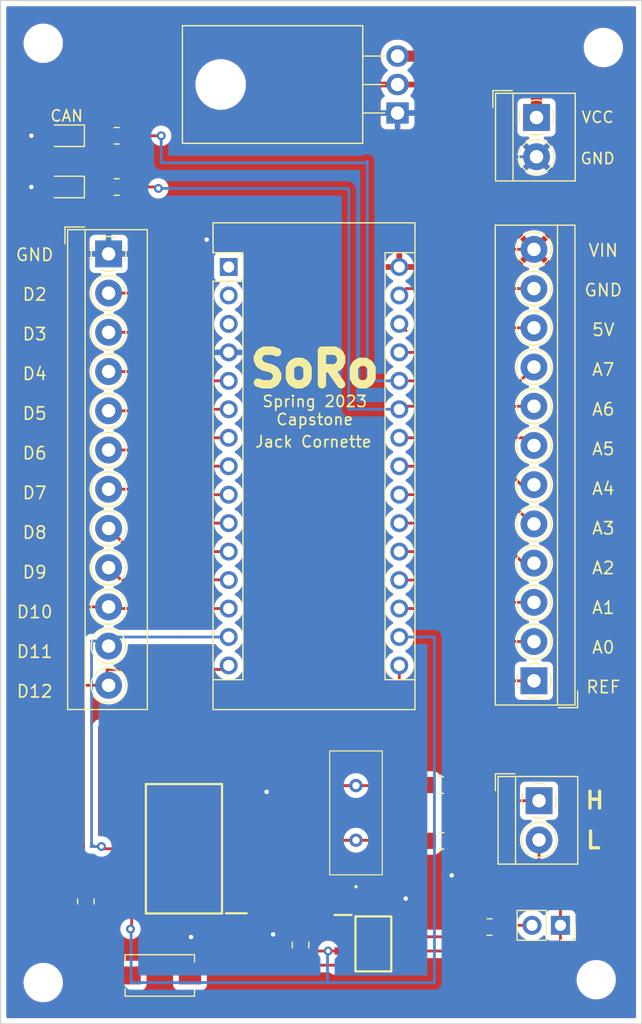
<source format=kicad_pcb>
(kicad_pcb (version 20211014) (generator pcbnew)
  (layers (0 "F.Cu" signal) (31 "B.Cu" signal) (34 "B.Paste" user) (35 "F.Paste" user) (36 "B.SilkS" user "B.Silkscreen") (37 "F.SilkS" user "F.Silkscreen") (38 "B.Mask" user) (39 "F.Mask" user) (44 "Edge.Cuts" user))
  (net 0 "")
  (net 4 "GND")
  (net 5 "Net-(A1-Pad6)")
  (net 6 "Net-(A1-Pad7)")
  (net 7 "Net-(A1-Pad8)")
  (net 8 "Net-(A1-Pad9)")
  (net 9 "Net-(A1-Pad10)")
  (net 10 "Net-(A1-Pad11)")
  (net 11 "Net-(A1-Pad12)")
  (net 12 "Net-(A1-Pad13)")
  (net 13 "Net-(A1-Pad14)")
  (net 14 "Net-(A1-Pad15)")
  (net 15 "Net-(A1-Pad17)")
  (net 16 "unconnected-(A1-Pad18)")
  (net 17 "Net-(A1-Pad19)")
  (net 18 "Net-(A1-Pad20)")
  (net 19 "Net-(A1-Pad21)")
  (net 20 "Net-(A1-Pad22)")
  (net 21 "Net-(A1-Pad23)")
  (net 22 "Net-(A1-Pad24)")
  (net 23 "Net-(A1-Pad25)")
  (net 24 "Net-(A1-Pad26)")
  (net 25 "Net-(A1-Pad27)")
  (net 26 "Net-(A1-Pad28)")
  (net 27 "Net-(A1-Pad29)")
  (net 28 "Net-(A1-Pad30)")
  (net 29 "+BATT")
  (net 30 "unconnected-(A1-Pad5)")
  (net 31 "Net-(A1-Pad16)")
  (net 32 "Net-(C2-Pad1)")
  (net 33 "Net-(C3-Pad1)")
  (net 34 "Net-(J3-Pad1)")
  (net 35 "Net-(J3-Pad2)")
  (net 36 "Net-(R2-Pad1)")
  (net 37 "Net-(U3-Pad1)")
  (net 38 "Net-(U3-Pad2)")
  (footprint "LED_SMD:LED_0805_2012Metric" (layer "F.Cu") (at 123.9125 56.515 180)
    (fp_text reference "CAN" (at -0.1035 1.778) (layer "F.SilkS"))
    (fp_text value "LED_0805_2012Metric" hide)
    (fp_line (start -1.685 0.96) (end 1 0.96) (layer "F.SilkS") (width 0.12))
    (fp_line (start 1 -0.96) (end -1.685 -0.96) (layer "F.SilkS") (width 0.12))
    (fp_line (start -1.685 -0.96) (end -1.685 0.96) (layer "F.SilkS") (width 0.12))
    (pad "1" smd roundrect (at -0.9375 0 180) (size 0.975 1.4) (layers "F.Cu" "F.Paste" "F.Mask"))
    (pad "2" smd roundrect (at 0.9375 0 180) (size 0.975 1.4) (layers "F.Cu" "F.Paste" "F.Mask") (net 4 "GND"))
  )
  (footprint "Package_TO_SOT_THT:TO-220F-3_Horizontal_TabDown" (layer "F.Cu") (at 153.576 54.483 90)
    (fp_text reference "U1" hide)
    (fp_text value "LM1084-5.0")
    (fp_line (start 2.54 -3.11) (end 2.54 -1.15) (layer "F.SilkS") (width 0.12))
    (fp_line (start -2.71 -19.22) (end -2.71 -3.11) (layer "F.SilkS") (width 0.12))
    (fp_line (start 5.08 -3.11) (end 5.08 -1.15) (layer "F.SilkS") (width 0.12))
    (fp_line (start 7.79 -19.22) (end 7.79 -3.11) (layer "F.SilkS") (width 0.12))
    (fp_line (start -2.71 -19.22) (end 7.79 -19.22) (layer "F.SilkS") (width 0.12))
    (fp_line (start 0 -3.11) (end 0 -1.15) (layer "F.SilkS") (width 0.12))
    (fp_line (start -2.71 -3.11) (end 7.79 -3.11) (layer "F.SilkS") (width 0.12))
    (pad "" np_thru_hole oval (at 2.54 -15.8 90) (size 3.5 3.5) (drill 3.5) (layers *.Cu *.Mask))
    (pad "1" thru_hole rect (at 0 0 90) (size 1.905 2) (drill 1.2) (layers *.Cu *.Mask) (net 4 "GND"))
    (pad "2" thru_hole oval (at 2.54 0 90) (size 1.905 2) (drill 1.2) (layers *.Cu *.Mask) (net 28 "Net-(A1-Pad30)"))
    (pad "3" thru_hole oval (at 5.08 0 90) (size 1.905 2) (drill 1.2) (layers *.Cu *.Mask) (net 29 "+BATT"))
  )
  (footprint "TerminalBlock_4Ucon:TerminalBlock_4Ucon_1x12_P3.50mm_Horizontal" (layer "F.Cu") (at 127.762 67.056 -90)
    (fp_text reference "J1" hide)
    (fp_text value "Screw_Terminal_01x12" hide)
    (fp_line (start -2.16 2.1) (end 40.66 2.1) (layer "F.SilkS") (width 0.12))
    (fp_line (start -2.16 -3.46) (end 40.66 -3.46) (layer "F.SilkS") (width 0.12))
    (fp_line (start -2.4 2.16) (end -2.4 3.9) (layer "F.SilkS") (width 0.12))
    (fp_line (start -2.4 3.9) (end -0.9 3.9) (layer "F.SilkS") (width 0.12))
    (fp_line (start 40.66 -3.46) (end 40.66 3.66) (layer "F.SilkS") (width 0.12))
    (fp_line (start -2.16 -3.46) (end -2.16 3.66) (layer "F.SilkS") (width 0.12))
    (fp_line (start -2.16 3.66) (end 40.66 3.66) (layer "F.SilkS") (width 0.12))
    (fp_arc (start 0.027011 1.555493) (mid -0.296984 1.527118) (end -0.608 1.432) (layer "F.SilkS") (width 0.12))
    (fp_arc (start -0.607742 -1.432109) (mid 0.00014 -1.555727) (end 0.608 -1.432) (layer "F.SilkS") (width 0.12))
    (fp_arc (start 1.432109 -0.607742) (mid 1.555727 0.00014) (end 1.432 0.608) (layer "F.SilkS") (width 0.12))
    (fp_arc (start -1.432109 0.607742) (mid -1.555727 -0.00014) (end -1.432 -0.608) (layer "F.SilkS") (width 0.12))
    (fp_arc (start 0.607587 1.431385) (mid 0.310017 1.523783) (end 0 1.555) (layer "F.SilkS") (width 0.12))
    (fp_circle (center 7 0) (end 8.555 0) (layer "F.SilkS") (width 0.12) (fill none))
    (fp_circle (center 28 0) (end 29.555 0) (layer "F.SilkS") (width 0.12) (fill none))
    (fp_circle (center 38.5 0) (end 40.055 0) (layer "F.SilkS") (width 0.12) (fill none))
    (fp_circle (center 10.5 0) (end 12.055 0) (layer "F.SilkS") (width 0.12) (fill none))
    (fp_circle (center 35 0) (end 36.555 0) (layer "F.SilkS") (width 0.12) (fill none))
    (fp_circle (center 31.5 0) (end 33.055 0) (layer "F.SilkS") (width 0.12) (fill none))
    (fp_circle (center 17.5 0) (end 19.055 0) (layer "F.SilkS") (width 0.12) (fill none))
    (fp_circle (center 14 0) (end 15.555 0) (layer "F.SilkS") (width 0.12) (fill none))
    (fp_circle (center 21 0) (end 22.555 0) (layer "F.SilkS") (width 0.12) (fill none))
    (fp_circle (center 3.5 0) (end 5.055 0) (layer "F.SilkS") (width 0.12) (fill none))
    (fp_circle (center 24.5 0) (end 26.055 0) (layer "F.SilkS") (width 0.12) (fill none))
    (pad "1" thru_hole rect (at 0 0 270) (size 2.4 2.4) (drill 1.2) (layers *.Cu *.Mask) (net 4 "GND"))
    (pad "2" thru_hole circle (at 3.5 0 270) (size 2.4 2.4) (drill 1.2) (layers *.Cu *.Mask) (net 30 "unconnected-(A1-Pad5)"))
    (pad "3" thru_hole circle (at 7 0 270) (size 2.4 2.4) (drill 1.2) (layers *.Cu *.Mask) (net 5 "Net-(A1-Pad6)"))
    (pad "4" thru_hole circle (at 10.5 0 270) (size 2.4 2.4) (drill 1.2) (layers *.Cu *.Mask) (net 6 "Net-(A1-Pad7)"))
    (pad "5" thru_hole circle (at 14 0 270) (size 2.4 2.4) (drill 1.2) (layers *.Cu *.Mask) (net 7 "Net-(A1-Pad8)"))
    (pad "6" thru_hole circle (at 17.5 0 270) (size 2.4 2.4) (drill 1.2) (layers *.Cu *.Mask) (net 8 "Net-(A1-Pad9)"))
    (pad "7" thru_hole circle (at 21 0 270) (size 2.4 2.4) (drill 1.2) (layers *.Cu *.Mask) (net 9 "Net-(A1-Pad10)"))
    (pad "8" thru_hole circle (at 24.5 0 270) (size 2.4 2.4) (drill 1.2) (layers *.Cu *.Mask) (net 10 "Net-(A1-Pad11)"))
    (pad "9" thru_hole circle (at 28 0 270) (size 2.4 2.4) (drill 1.2) (layers *.Cu *.Mask) (net 11 "Net-(A1-Pad12)"))
    (pad "10" thru_hole circle (at 31.5 0 270) (size 2.4 2.4) (drill 1.2) (layers *.Cu *.Mask) (net 12 "Net-(A1-Pad13)"))
    (pad "11" thru_hole circle (at 35 0 270) (size 2.4 2.4) (drill 1.2) (layers *.Cu *.Mask) (net 13 "Net-(A1-Pad14)"))
    (pad "12" thru_hole circle (at 38.5 0 270) (size 2.4 2.4) (drill 1.2) (layers *.Cu *.Mask) (net 14 "Net-(A1-Pad15)"))
  )
  (footprint "Resistor_SMD:R_0805_2012Metric" (layer "F.Cu") (at 128.4845 61.087)
    (fp_text reference "R3" hide)
    (fp_text value "R_US" hide)
    (fp_line (start -0.227064 0.735) (end 0.227064 0.735) (layer "F.SilkS") (width 0.12))
    (fp_line (start -0.227064 -0.735) (end 0.227064 -0.735) (layer "F.SilkS") (width 0.12))
    (pad "1" smd roundrect (at -0.9125 0) (size 1.025 1.4) (layers "F.Cu" "F.Paste" "F.Mask") (roundrect_rratio 0.243902439))
    (pad "2" smd roundrect (at 0.9125 0) (size 1.025 1.4) (layers "F.Cu" "F.Paste" "F.Mask") (roundrect_rratio 0.243902439) (net 23 "Net-(A1-Pad25)"))
  )
  (footprint "Capacitor_SMD:C_0805_2012Metric" (layer "F.Cu") (at 157.409448 114.456458)
    (fp_text reference "C3" hide)
    (fp_text value "22pF")
    (fp_line (start -0.261252 -0.735) (end 0.261252 -0.735) (layer "F.SilkS") (width 0.12))
    (fp_line (start -0.261252 0.735) (end 0.261252 0.735) (layer "F.SilkS") (width 0.12))
    (pad "1" smd roundrect (at -0.95 0) (size 1 1.45) (layers "F.Cu" "F.Paste" "F.Mask") (net 33 "Net-(C3-Pad1)"))
    (pad "2" smd roundrect (at 0.95 0) (size 1 1.45) (layers "F.Cu" "F.Paste" "F.Mask") (net 4 "GND"))
  )
  (footprint "Button_Switch_SMD:SW_SPST_EVQPE1" (layer "F.Cu") (at 132.334 131.445)
    (fp_text reference "REF**" hide)
    (fp_text value "SW_SPST_EVQPE1" hide)
    (fp_line (start -3.1 -1.85) (end -3.1 -1.2) (layer "F.SilkS") (width 0.12))
    (fp_line (start -3.1 1.85) (end 3.1 1.85) (layer "F.SilkS") (width 0.12))
    (fp_line (start 3.1 -1.85) (end 3.1 -1.2) (layer "F.SilkS") (width 0.12))
    (fp_line (start 3.1 1.85) (end 3.1 1.2) (layer "F.SilkS") (width 0.12))
    (fp_line (start -3.1 1.2) (end -3.1 1.85) (layer "F.SilkS") (width 0.12))
    (fp_line (start 3.1 -1.85) (end -3.1 -1.85) (layer "F.SilkS") (width 0.12))
    (pad "1" smd rect (at -2.7 0) (size 2 1.6) (layers "F.Cu" "F.Paste" "F.Mask") (net 36 "Net-(R2-Pad1)"))
    (pad "2" smd rect (at 2.7 0) (size 2 1.6) (layers "F.Cu" "F.Paste" "F.Mask") (net 4 "GND"))
  )
  (footprint "Module:Arduino_Nano" (layer "F.Cu") (at 138.4908 68.2244)
    (fp_text reference "A1" hide)
    (fp_text value "Arduino_Nano_v3.x" hide)
    (fp_line (start -1.4 1.27) (end -1.4 39.5) (layer "F.SilkS") (width 0.12))
    (fp_line (start 16.64 -3.94) (end -1.4 -3.94) (layer "F.SilkS") (width 0.12))
    (fp_line (start 1.27 1.27) (end 1.27 36.83) (layer "F.SilkS") (width 0.12))
    (fp_line (start 16.64 39.5) (end 16.64 -3.94) (layer "F.SilkS") (width 0.12))
    (fp_line (start 1.27 -1.27) (end -1.4 -1.27) (layer "F.SilkS") (width 0.12))
    (fp_line (start 1.27 36.83) (end -1.4 36.83) (layer "F.SilkS") (width 0.12))
    (fp_line (start -1.4 -3.94) (end -1.4 -1.27) (layer "F.SilkS") (width 0.12))
    (fp_line (start 1.27 1.27) (end 1.27 -1.27) (layer "F.SilkS") (width 0.12))
    (fp_line (start 13.97 36.83) (end 16.64 36.83) (layer "F.SilkS") (width 0.12))
    (fp_line (start -1.4 39.5) (end 16.64 39.5) (layer "F.SilkS") (width 0.12))
    (fp_line (start 1.27 1.27) (end -1.4 1.27) (layer "F.SilkS") (width 0.12))
    (fp_line (start 13.97 -1.27) (end 13.97 36.83) (layer "F.SilkS") (width 0.12))
    (fp_line (start 13.97 -1.27) (end 16.64 -1.27) (layer "F.SilkS") (width 0.12))
    (pad "1" thru_hole rect (at 0 0) (size 1.6 1.6) (drill 1) (layers *.Cu *.Mask))
    (pad "2" thru_hole oval (at 0 2.54) (size 1.6 1.6) (drill 1) (layers *.Cu *.Mask))
    (pad "3" thru_hole oval (at 0 5.08) (size 1.6 1.6) (drill 1) (layers *.Cu *.Mask))
    (pad "4" thru_hole oval (at 0 7.62) (size 1.6 1.6) (drill 1) (layers *.Cu *.Mask) (net 4 "GND"))
    (pad "5" thru_hole oval (at 0 10.16) (size 1.6 1.6) (drill 1) (layers *.Cu *.Mask) (net 30 "unconnected-(A1-Pad5)"))
    (pad "6" thru_hole oval (at 0 12.7) (size 1.6 1.6) (drill 1) (layers *.Cu *.Mask) (net 5 "Net-(A1-Pad6)"))
    (pad "7" thru_hole oval (at 0 15.24) (size 1.6 1.6) (drill 1) (layers *.Cu *.Mask) (net 6 "Net-(A1-Pad7)"))
    (pad "8" thru_hole oval (at 0 17.78) (size 1.6 1.6) (drill 1) (layers *.Cu *.Mask) (net 7 "Net-(A1-Pad8)"))
    (pad "9" thru_hole oval (at 0 20.32) (size 1.6 1.6) (drill 1) (layers *.Cu *.Mask) (net 8 "Net-(A1-Pad9)"))
    (pad "10" thru_hole oval (at 0 22.86) (size 1.6 1.6) (drill 1) (layers *.Cu *.Mask) (net 9 "Net-(A1-Pad10)"))
    (pad "11" thru_hole oval (at 0 25.4) (size 1.6 1.6) (drill 1) (layers *.Cu *.Mask) (net 10 "Net-(A1-Pad11)"))
    (pad "12" thru_hole oval (at 0 27.94) (size 1.6 1.6) (drill 1) (layers *.Cu *.Mask) (net 11 "Net-(A1-Pad12)"))
    (pad "13" thru_hole oval (at 0 30.48) (size 1.6 1.6) (drill 1) (layers *.Cu *.Mask) (net 12 "Net-(A1-Pad13)"))
    (pad "14" thru_hole oval (at 0 33.02) (size 1.6 1.6) (drill 1) (layers *.Cu *.Mask) (net 13 "Net-(A1-Pad14)"))
    (pad "15" thru_hole oval (at 0 35.56) (size 1.6 1.6) (drill 1) (layers *.Cu *.Mask) (net 14 "Net-(A1-Pad15)"))
    (pad "16" thru_hole oval (at 15.24 35.56) (size 1.6 1.6) (drill 1) (layers *.Cu *.Mask) (net 31 "Net-(A1-Pad16)"))
    (pad "17" thru_hole oval (at 15.24 33.02) (size 1.6 1.6) (drill 1) (layers *.Cu *.Mask) (net 15 "Net-(A1-Pad17)"))
    (pad "18" thru_hole oval (at 15.24 30.48) (size 1.6 1.6) (drill 1) (layers *.Cu *.Mask) (net 16 "unconnected-(A1-Pad18)"))
    (pad "19" thru_hole oval (at 15.24 27.94) (size 1.6 1.6) (drill 1) (layers *.Cu *.Mask) (net 17 "Net-(A1-Pad19)"))
    (pad "20" thru_hole oval (at 15.24 25.4) (size 1.6 1.6) (drill 1) (layers *.Cu *.Mask) (net 18 "Net-(A1-Pad20)"))
    (pad "21" thru_hole oval (at 15.24 22.86) (size 1.6 1.6) (drill 1) (layers *.Cu *.Mask) (net 19 "Net-(A1-Pad21)"))
    (pad "22" thru_hole oval (at 15.24 20.32) (size 1.6 1.6) (drill 1) (layers *.Cu *.Mask) (net 20 "Net-(A1-Pad22)"))
    (pad "23" thru_hole oval (at 15.24 17.78) (size 1.6 1.6) (drill 1) (layers *.Cu *.Mask) (net 21 "Net-(A1-Pad23)"))
    (pad "24" thru_hole oval (at 15.24 15.24) (size 1.6 1.6) (drill 1) (layers *.Cu *.Mask) (net 22 "Net-(A1-Pad24)"))
    (pad "25" thru_hole oval (at 15.24 12.7) (size 1.6 1.6) (drill 1) (layers *.Cu *.Mask) (net 23 "Net-(A1-Pad25)"))
    (pad "26" thru_hole oval (at 15.24 10.16) (size 1.6 1.6) (drill 1) (layers *.Cu *.Mask) (net 24 "Net-(A1-Pad26)"))
    (pad "27" thru_hole oval (at 15.24 7.62) (size 1.6 1.6) (drill 1) (layers *.Cu *.Mask) (net 25 "Net-(A1-Pad27)"))
    (pad "28" thru_hole oval (at 15.24 5.08) (size 1.6 1.6) (drill 1) (layers *.Cu *.Mask) (net 26 "Net-(A1-Pad28)"))
    (pad "29" thru_hole oval (at 15.24 2.54) (size 1.6 1.6) (drill 1) (layers *.Cu *.Mask) (net 27 "Net-(A1-Pad29)"))
    (pad "30" thru_hole oval (at 15.24 0) (size 1.6 1.6) (drill 1) (layers *.Cu *.Mask) (net 28 "Net-(A1-Pad30)"))
  )
  (footprint "Capacitor_SMD:C_0805_2012Metric" (layer "F.Cu") (at 157.460248 119.434858)
    (fp_text reference "C2" hide)
    (fp_text value "22pF")
    (fp_line (start -0.261252 -0.735) (end 0.261252 -0.735) (layer "F.SilkS") (width 0.12))
    (fp_line (start -0.261252 0.735) (end 0.261252 0.735) (layer "F.SilkS") (width 0.12))
    (pad "1" smd roundrect (at -0.95 0) (size 1 1.45) (layers "F.Cu" "F.Paste" "F.Mask") (net 32 "Net-(C2-Pad1)"))
    (pad "2" smd roundrect (at 0.95 0) (size 1 1.45) (layers "F.Cu" "F.Paste" "F.Mask") (net 4 "GND"))
  )
  (footprint "MountingHole:MountingHole_2.5mm" (layer "F.Cu") (at 171.958 48.641)
    (fp_text reference "REF**" hide)
    (fp_text value "MountingHole_2.5mm" hide)
    (pad "" np_thru_hole circle (at 0 0) (size 2.5 2.5) (drill 2.5) (layers F&B.Cu *.Mask))
  )
  (footprint "TerminalBlock_4Ucon:TerminalBlock_4Ucon_1x12_P3.50mm_Horizontal" (layer "F.Cu") (at 165.762 105.1528 90)
    (fp_text reference "J2" hide)
    (fp_text value "Screw_Terminal_01x12" hide)
    (fp_line (start -2.16 -3.46) (end 40.66 -3.46) (layer "F.SilkS") (width 0.12))
    (fp_line (start 40.66 -3.46) (end 40.66 3.66) (layer "F.SilkS") (width 0.12))
    (fp_line (start -2.4 3.9) (end -0.9 3.9) (layer "F.SilkS") (width 0.12))
    (fp_line (start -2.4 2.16) (end -2.4 3.9) (layer "F.SilkS") (width 0.12))
    (fp_line (start -2.16 3.66) (end 40.66 3.66) (layer "F.SilkS") (width 0.12))
    (fp_line (start -2.16 -3.46) (end -2.16 3.66) (layer "F.SilkS") (width 0.12))
    (fp_line (start -2.16 2.1) (end 40.66 2.1) (layer "F.SilkS") (width 0.12))
    (fp_arc (start -0.607742 -1.432109) (mid 0.00014 -1.555727) (end 0.608 -1.432) (layer "F.SilkS") (width 0.12))
    (fp_arc (start 0.027011 1.555493) (mid -0.296984 1.527118) (end -0.608 1.432) (layer "F.SilkS") (width 0.12))
    (fp_arc (start -1.432109 0.607742) (mid -1.555727 -0.00014) (end -1.432 -0.608) (layer "F.SilkS") (width 0.12))
    (fp_arc (start 0.607587 1.431385) (mid 0.310017 1.523783) (end 0 1.555) (layer "F.SilkS") (width 0.12))
    (fp_arc (start 1.432109 -0.607742) (mid 1.555727 0.00014) (end 1.432 0.608) (layer "F.SilkS") (width 0.12))
    (fp_circle (center 38.5 0) (end 40.055 0) (layer "F.SilkS") (width 0.12) (fill none))
    (fp_circle (center 35 0) (end 36.555 0) (layer "F.SilkS") (width 0.12) (fill none))
    (fp_circle (center 21 0) (end 22.555 0) (layer "F.SilkS") (width 0.12) (fill none))
    (fp_circle (center 31.5 0) (end 33.055 0) (layer "F.SilkS") (width 0.12) (fill none))
    (fp_circle (center 10.5 0) (end 12.055 0) (layer "F.SilkS") (width 0.12) (fill none))
    (fp_circle (center 17.5 0) (end 19.055 0) (layer "F.SilkS") (width 0.12) (fill none))
    (fp_circle (center 14 0) (end 15.555 0) (layer "F.SilkS") (width 0.12) (fill none))
    (fp_circle (center 24.5 0) (end 26.055 0) (layer "F.SilkS") (width 0.12) (fill none))
    (fp_circle (center 28 0) (end 29.555 0) (layer "F.SilkS") (width 0.12) (fill none))
    (fp_circle (center 3.5 0) (end 5.055 0) (layer "F.SilkS") (width 0.12) (fill none))
    (fp_circle (center 7 0) (end 8.555 0) (layer "F.SilkS") (width 0.12) (fill none))
    (pad "1" thru_hole rect (at 0 0 90) (size 2.4 2.4) (drill 1.2) (layers *.Cu *.Mask) (net 16 "unconnected-(A1-Pad18)"))
    (pad "2" thru_hole circle (at 3.5 0 90) (size 2.4 2.4) (drill 1.2) (layers *.Cu *.Mask) (net 17 "Net-(A1-Pad19)"))
    (pad "3" thru_hole circle (at 7 0 90) (size 2.4 2.4) (drill 1.2) (layers *.Cu *.Mask) (net 18 "Net-(A1-Pad20)"))
    (pad "4" thru_hole circle (at 10.5 0 90) (size 2.4 2.4) (drill 1.2) (layers *.Cu *.Mask) (net 19 "Net-(A1-Pad21)"))
    (pad "5" thru_hole circle (at 14 0 90) (size 2.4 2.4) (drill 1.2) (layers *.Cu *.Mask) (net 20 "Net-(A1-Pad22)"))
    (pad "6" thru_hole circle (at 17.5 0 90) (size 2.4 2.4) (drill 1.2) (layers *.Cu *.Mask) (net 21 "Net-(A1-Pad23)"))
    (pad "7" thru_hole circle (at 21 0 90) (size 2.4 2.4) (drill 1.2) (layers *.Cu *.Mask) (net 22 "Net-(A1-Pad24)"))
    (pad "8" thru_hole circle (at 24.5 0 90) (size 2.4 2.4) (drill 1.2) (layers *.Cu *.Mask) (net 23 "Net-(A1-Pad25)"))
    (pad "9" thru_hole circle (at 28 0 90) (size 2.4 2.4) (drill 1.2) (layers *.Cu *.Mask) (net 24 "Net-(A1-Pad26)"))
    (pad "10" thru_hole circle (at 31.5 0 90) (size 2.4 2.4) (drill 1.2) (layers *.Cu *.Mask) (net 25 "Net-(A1-Pad27)"))
    (pad "11" thru_hole circle (at 35 0 90) (size 2.4 2.4) (drill 1.2) (layers *.Cu *.Mask) (net 27 "Net-(A1-Pad29)"))
    (pad "12" thru_hole circle (at 38.5 0 90) (size 2.4 2.4) (drill 1.2) (layers *.Cu *.Mask) (net 28 "Net-(A1-Pad30)"))
  )
  (footprint "Capacitor_SMD:C_0805_2012Metric" (layer "F.Cu") (at 144.912648 128.731258 -90)
    (fp_text reference "C1" hide)
    (fp_text value "0.1uF")
    (fp_line (start -0.261252 0.735) (end 0.261252 0.735) (layer "F.SilkS") (width 0.12))
    (fp_line (start -0.261252 -0.735) (end 0.261252 -0.735) (layer "F.SilkS") (width 0.12))
    (pad "1" smd roundrect (at -0.95 0 270) (size 1 1.45) (layers "F.Cu" "F.Paste" "F.Mask") (net 4 "GND"))
    (pad "2" smd roundrect (at 0.95 0 270) (size 1 1.45) (layers "F.Cu" "F.Paste" "F.Mask") (net 15 "Net-(A1-Pad17)"))
  )
  (footprint "MAX3051:SOIC127P600X175-8N" (layer "F.Cu") (at 151.415048 128.629658)
    (fp_text reference "U4" hide)
    (fp_text value "MAX3051" hide)
    (fp_line (start -1.6 2.45) (end -1.6 -2.45) (layer "F.SilkS") (width 0.2))
    (fp_line (start -3.475 -2.58) (end -1.95 -2.58) (layer "F.SilkS") (width 0.2))
    (fp_line (start -1.6 -2.45) (end 1.6 -2.45) (layer "F.SilkS") (width 0.2))
    (fp_line (start 1.6 -2.45) (end 1.6 2.45) (layer "F.SilkS") (width 0.2))
    (fp_line (start 1.6 2.45) (end -1.6 2.45) (layer "F.SilkS") (width 0.2))
    (pad "1" smd rect locked (at -2.712 -1.905 90) (size 0.65 1.525) (layers "F.Cu" "F.Paste" "F.Mask") (net 38 "Net-(U3-Pad2)"))
    (pad "2" smd rect locked (at -2.712 -0.635 90) (size 0.65 1.525) (layers "F.Cu" "F.Paste" "F.Mask") (net 4 "GND"))
    (pad "3" smd rect locked (at -2.712 0.635 90) (size 0.65 1.525) (layers "F.Cu" "F.Paste" "F.Mask") (net 15 "Net-(A1-Pad17)"))
    (pad "4" smd rect locked (at -2.712 1.905 90) (size 0.65 1.525) (layers "F.Cu" "F.Paste" "F.Mask") (net 37 "Net-(U3-Pad1)"))
    (pad "5" smd rect locked (at 2.712 1.905 90) (size 0.65 1.525) (layers "F.Cu" "F.Paste" "F.Mask"))
    (pad "6" smd rect locked (at 2.712 0.635 90) (size 0.65 1.525) (layers "F.Cu" "F.Paste" "F.Mask") (net 35 "Net-(J3-Pad2)"))
    (pad "7" smd rect locked (at 2.712 -0.635 90) (size 0.65 1.525) (layers "F.Cu" "F.Paste" "F.Mask") (net 34 "Net-(J3-Pad1)"))
    (pad "8" smd rect locked (at 2.712 -1.905 90) (size 0.65 1.525) (layers "F.Cu" "F.Paste" "F.Mask") (net 4 "GND"))
  )
  (footprint "LFXTAL:LFXTAL057135Bulk" (layer "F.Cu") (at 149.86 119.38 90)
    (fp_text reference "U2" hide)
    (fp_text value "Crystal_Oscillator_8MHz" hide)
    (fp_line (start -4.2 0) (end -4.2 0) (layer "F.SilkS") (width 0.2))
    (fp_line (start -4.1 0) (end -4.1 0) (layer "F.SilkS") (width 0.2))
    (fp_line (start -3.085 2.35) (end -3.085 -2.35) (layer "F.SilkS") (width 0.1))
    (fp_line (start -3.085 -2.35) (end 7.965 -2.35) (layer "F.SilkS") (width 0.1))
    (fp_line (start -4.2 0) (end -4.2 0) (layer "F.SilkS") (width 0.2))
    (fp_line (start 7.965 -2.35) (end 7.965 2.35) (layer "F.SilkS") (width 0.1))
    (fp_line (start 7.965 2.35) (end -3.085 2.35) (layer "F.SilkS") (width 0.1))
    (fp_arc (start -4.1 0) (mid -4.15 0.05) (end -4.2 0) (layer "F.SilkS") (width 0.2))
    (fp_arc (start -4.2 0) (mid -4.15 -0.05) (end -4.1 0) (layer "F.SilkS") (width 0.2))
    (fp_arc (start -4.1 0) (mid -4.15 0.05) (end -4.2 0) (layer "F.SilkS") (width 0.2))
    (pad "1" thru_hole circle locked (at 0 0 90) (size 1.192 1.192) (drill 0.65) (layers *.Cu *.Mask) (net 32 "Net-(C2-Pad1)"))
    (pad "2" thru_hole circle locked (at 4.88 0 90) (size 1.192 1.192) (drill 0.65) (layers *.Cu *.Mask) (net 33 "Net-(C3-Pad1)"))
  )
  (footprint "Connector_PinSocket_2.54mm:PinSocket_1x02_P2.54mm_Vertical" (layer "F.Cu") (at 168.128 126.973 -90)
    (fp_text reference "REF**" hide)
    (fp_text value "PinSocket_1x02_P2.54mm_Vertical" hide)
    (fp_line (start -1.33 1.27) (end -1.33 3.87) (layer "F.SilkS") (width 0.12))
    (fp_line (start -1.33 3.87) (end 1.33 3.87) (layer "F.SilkS") (width 0.12))
    (fp_line (start 0 -1.33) (end 1.33 -1.33) (layer "F.SilkS") (width 0.12))
    (fp_line (start -1.33 1.27) (end 1.33 1.27) (layer "F.SilkS") (width 0.12))
    (fp_line (start 1.33 1.27) (end 1.33 3.87) (layer "F.SilkS") (width 0.12))
    (fp_line (start 1.33 -1.33) (end 1.33 0) (layer "F.SilkS") (width 0.12))
    (pad "1" thru_hole rect (at 0 0 270) (size 1.7 1.7) (drill 1) (layers *.Cu *.Mask) (net 35 "Net-(J3-Pad2)"))
    (pad "2" thru_hole oval (at 0 2.54 270) (size 1.7 1.7) (drill 1) (layers *.Cu *.Mask))
  )
  (footprint "MountingHole:MountingHole_2.5mm" (layer "F.Cu") (at 171.323 131.826)
    (fp_text reference "REF**" hide)
    (fp_text value "MountingHole_2.5mm" hide)
    (pad "" np_thru_hole circle (at 0 0) (size 2.5 2.5) (drill 2.5) (layers F&B.Cu *.Mask))
  )
  (footprint "Resistor_SMD:R_0805_2012Metric" (layer "F.Cu") (at 161.798 127.127)
    (fp_text reference "R3" hide)
    (fp_text value "R_US")
    (fp_line (start -0.227064 -0.735) (end 0.227064 -0.735) (layer "F.SilkS") (width 0.12))
    (fp_line (start -0.227064 0.735) (end 0.227064 0.735) (layer "F.SilkS") (width 0.12))
    (pad "1" smd roundrect (at -0.9125 0) (size 1.025 1.4) (layers "F.Cu" "F.Paste" "F.Mask") (roundrect_rratio 0.243902439) (net 34 "Net-(J3-Pad1)"))
    (pad "2" smd roundrect (at 0.9125 0) (size 1.025 1.4) (layers "F.Cu" "F.Paste" "F.Mask") (roundrect_rratio 0.243902439))
  )
  (footprint "MountingHole:MountingHole_2.5mm" (layer "F.Cu") (at 121.92 48.26)
    (fp_text reference "REF**" hide)
    (fp_text value "MountingHole_2.5mm" hide)
    (pad "" np_thru_hole circle (at 0 0) (size 2.5 2.5) (drill 2.5) (layers *.Cu *.Mask))
  )
  (footprint "Resistor_SMD:R_0805_2012Metric" (layer "F.Cu") (at 128.4845 56.515)
    (fp_text reference "R3" hide)
    (fp_text value "R_US" hide)
    (fp_line (start -0.227064 0.735) (end 0.227064 0.735) (layer "F.SilkS") (width 0.12))
    (fp_line (start -0.227064 -0.735) (end 0.227064 -0.735) (layer "F.SilkS") (width 0.12))
    (pad "1" smd roundrect (at -0.9125 0) (size 1.025 1.4) (layers "F.Cu" "F.Paste" "F.Mask") (roundrect_rratio 0.243902439))
    (pad "2" smd roundrect (at 0.9125 0) (size 1.025 1.4) (layers "F.Cu" "F.Paste" "F.Mask") (roundrect_rratio 0.243902439) (net 24 "Net-(A1-Pad26)"))
  )
  (footprint "Resistor_SMD:R_0805_2012Metric" (layer "F.Cu") (at 125.73 124.841 -90)
    (fp_text reference "R2" hide)
    (fp_text value "10k" hide)
    (fp_line (start -0.227064 -0.735) (end 0.227064 -0.735) (layer "F.SilkS") (width 0.12))
    (fp_line (start -0.227064 0.735) (end 0.227064 0.735) (layer "F.SilkS") (width 0.12))
    (pad "1" smd roundrect (at -0.9125 0 270) (size 1.025 1.4) (layers "F.Cu" "F.Paste" "F.Mask") (roundrect_rratio 0.243902439) (net 36 "Net-(R2-Pad1)"))
    (pad "2" smd roundrect (at 0.9125 0 270) (size 1.025 1.4) (layers "F.Cu" "F.Paste" "F.Mask") (roundrect_rratio 0.243902439) (net 15 "Net-(A1-Pad17)"))
  )
  (footprint "MCP2515_SMD:SOIC127P1030X265-18N" (layer "F.Cu") (at 134.493 120.142 180)
    (fp_text reference "U3" hide)
    (fp_text value "MCP2515-xSO" hide)
    (fp_line (start 3.4 -5.775) (end 3.4 5.775) (layer "F.SilkS") (width 0.2))
    (fp_line (start -3.4 5.775) (end -3.4 -5.775) (layer "F.SilkS") (width 0.2))
    (fp_line (start -3.4 -5.775) (end 3.4 -5.775) (layer "F.SilkS") (width 0.2))
    (fp_line (start -5.6 -5.755) (end -3.75 -5.755) (layer "F.SilkS") (width 0.2))
    (fp_line (start 3.4 5.775) (end -3.4 5.775) (layer "F.SilkS") (width 0.2))
    (pad "1" smd rect locked (at -4.675 -5.08 270) (size 0.65 1.85) (layers "F.Cu" "F.Paste" "F.Mask") (net 37 "Net-(U3-Pad1)"))
    (pad "2" smd rect locked (at -4.675 -3.81 270) (size 0.65 1.85) (layers "F.Cu" "F.Paste" "F.Mask") (net 38 "Net-(U3-Pad2)"))
    (pad "3" smd rect locked (at -4.675 -2.54 270) (size 0.65 1.85) (layers "F.Cu" "F.Paste" "F.Mask"))
    (pad "4" smd rect locked (at -4.675 -1.27 270) (size 0.65 1.85) (layers "F.Cu" "F.Paste" "F.Mask"))
    (pad "5" smd rect locked (at -4.675 0 270) (size 0.65 1.85) (layers "F.Cu" "F.Paste" "F.Mask"))
    (pad "6" smd rect locked (at -4.675 1.27 270) (size 0.65 1.85) (layers "F.Cu" "F.Paste" "F.Mask"))
    (pad "7" smd rect locked (at -4.675 2.54 270) (size 0.65 1.85) (layers "F.Cu" "F.Paste" "F.Mask") (net 32 "Net-(C2-Pad1)"))
    (pad "8" smd rect locked (at -4.675 3.81 270) (size 0.65 1.85) (layers "F.Cu" "F.Paste" "F.Mask") (net 33 "Net-(C3-Pad1)"))
    (pad "9" smd rect locked (at -4.675 5.08 270) (size 0.65 1.85) (layers "F.Cu" "F.Paste" "F.Mask") (net 4 "GND"))
    (pad "10" smd rect locked (at 4.675 5.08 270) (size 0.65 1.85) (layers "F.Cu" "F.Paste" "F.Mask"))
    (pad "11" smd rect locked (at 4.675 3.81 270) (size 0.65 1.85) (layers "F.Cu" "F.Paste" "F.Mask"))
    (pad "12" smd rect locked (at 4.675 2.54 270) (size 0.65 1.85) (layers "F.Cu" "F.Paste" "F.Mask"))
    (pad "13" smd rect locked (at 4.675 1.27 270) (size 0.65 1.85) (layers "F.Cu" "F.Paste" "F.Mask") (net 31 "Net-(A1-Pad16)"))
    (pad "14" smd rect locked (at 4.675 0 270) (size 0.65 1.85) (layers "F.Cu" "F.Paste" "F.Mask") (net 13 "Net-(A1-Pad14)"))
    (pad "15" smd rect locked (at 4.675 -1.27 270) (size 0.65 1.85) (layers "F.Cu" "F.Paste" "F.Mask") (net 14 "Net-(A1-Pad15)"))
    (pad "16" smd rect locked (at 4.675 -2.54 270) (size 0.65 1.85) (layers "F.Cu" "F.Paste" "F.Mask") (net 12 "Net-(A1-Pad13)"))
    (pad "17" smd rect locked (at 4.675 -3.81 270) (size 0.65 1.85) (layers "F.Cu" "F.Paste" "F.Mask") (net 36 "Net-(R2-Pad1)"))
    (pad "18" smd rect locked (at 4.675 -5.08 270) (size 0.65 1.85) (layers "F.Cu" "F.Paste" "F.Mask") (net 15 "Net-(A1-Pad17)"))
  )
  (footprint "TerminalBlock_4Ucon:TerminalBlock_4Ucon_1x02_P3.50mm_Horizontal" (layer "F.Cu") (at 165.989 54.885 -90)
    (fp_text reference "J3" hide)
    (fp_text value "Screw_Terminal_01x02" hide)
    (fp_line (start -2.4 2.16) (end -2.4 3.9) (layer "F.SilkS") (width 0.12))
    (fp_line (start -2.4 3.9) (end -0.9 3.9) (layer "F.SilkS") (width 0.12))
    (fp_line (start -2.16 2.1) (end 5.66 2.1) (layer "F.SilkS") (width 0.12))
    (fp_line (start -2.16 3.66) (end 5.66 3.66) (layer "F.SilkS") (width 0.12))
    (fp_line (start -2.16 -3.46) (end 5.66 -3.46) (layer "F.SilkS") (width 0.12))
    (fp_line (start -2.16 -3.46) (end -2.16 3.66) (layer "F.SilkS") (width 0.12))
    (fp_line (start 5.66 -3.46) (end 5.66 3.66) (layer "F.SilkS") (width 0.12))
    (fp_arc (start -0.607742 -1.432109) (mid 0.00014 -1.555727) (end 0.608 -1.432) (layer "F.SilkS") (width 0.12))
    (fp_arc (start 0.607587 1.431385) (mid 0.310017 1.523783) (end 0 1.555) (layer "F.SilkS") (width 0.12))
    (fp_arc (start -1.432109 0.607742) (mid -1.555727 -0.00014) (end -1.432 -0.608) (layer "F.SilkS") (width 0.12))
    (fp_arc (start 1.432109 -0.607742) (mid 1.555727 0.00014) (end 1.432 0.608) (layer "F.SilkS") (width 0.12))
    (fp_arc (start 0.027011 1.555493) (mid -0.296984 1.527118) (end -0.608 1.432) (layer "F.SilkS") (width 0.12))
    (fp_circle (center 3.5 0) (end 5.055 0) (layer "F.SilkS") (width 0.12) (fill none))
    (pad "1" thru_hole rect (at 0 0 270) (size 2.4 2.4) (drill 1.2) (layers *.Cu *.Mask) (net 29 "+BATT"))
    (pad "2" thru_hole circle (at 3.5 0 270) (size 2.4 2.4) (drill 1.2) (layers *.Cu *.Mask) (net 4 "GND"))
  )
  (footprint "TerminalBlock_4Ucon:TerminalBlock_4Ucon_1x02_P3.50mm_Horizontal" (layer "F.Cu") (at 166.216 115.852 -90)
    (fp_text reference "J3" hide)
    (fp_text value "Screw_Terminal_01x02" hide)
    (fp_line (start -2.16 -3.46) (end 5.66 -3.46) (layer "F.SilkS") (width 0.12))
    (fp_line (start -2.4 2.16) (end -2.4 3.9) (layer "F.SilkS") (width 0.12))
    (fp_line (start -2.16 2.1) (end 5.66 2.1) (layer "F.SilkS") (width 0.12))
    (fp_line (start 5.66 -3.46) (end 5.66 3.66) (layer "F.SilkS") (width 0.12))
    (fp_line (start -2.16 -3.46) (end -2.16 3.66) (layer "F.SilkS") (width 0.12))
    (fp_line (start -2.16 3.66) (end 5.66 3.66) (layer "F.SilkS") (width 0.12))
    (fp_line (start -2.4 3.9) (end -0.9 3.9) (layer "F.SilkS") (width 0.12))
    (fp_arc (start -0.607742 -1.432109) (mid 0.00014 -1.555727) (end 0.608 -1.432) (layer "F.SilkS") (width 0.12))
    (fp_arc (start 0.607587 1.431385) (mid 0.310017 1.523783) (end 0 1.555) (layer "F.SilkS") (width 0.12))
    (fp_arc (start -1.432109 0.607742) (mid -1.555727 -0.00014) (end -1.432 -0.608) (layer "F.SilkS") (width 0.12))
    (fp_arc (start 0.027011 1.555493) (mid -0.296984 1.527118) (end -0.608 1.432) (layer "F.SilkS") (width 0.12))
    (fp_arc (start 1.432109 -0.607742) (mid 1.555727 0.00014) (end 1.432 0.608) (layer "F.SilkS") (width 0.12))
    (fp_circle (center 3.5 0) (end 5.055 0) (layer "F.SilkS") (width 0.12) (fill none))
    (pad "1" thru_hole rect (at 0 0 270) (size 2.4 2.4) (drill 1.2) (layers *.Cu *.Mask) (net 34 "Net-(J3-Pad1)"))
    (pad "2" thru_hole circle (at 3.5 0 270) (size 2.4 2.4) (drill 1.2) (layers *.Cu *.Mask) (net 35 "Net-(J3-Pad2)"))
  )
  (footprint "LED_SMD:LED_0805_2012Metric" (layer "F.Cu") (at 123.9125 61.087 180)
    (fp_text reference "REF**" hide)
    (fp_text value "LED_0805_2012Metric" hide)
    (fp_line (start -1.685 0.96) (end 1 0.96) (layer "F.SilkS") (width 0.12))
    (fp_line (start 1 -0.96) (end -1.685 -0.96) (layer "F.SilkS") (width 0.12))
    (fp_line (start -1.685 -0.96) (end -1.685 0.96) (layer "F.SilkS") (width 0.12))
    (pad "1" smd roundrect (at -0.9375 0 180) (size 0.975 1.4) (layers "F.Cu" "F.Paste" "F.Mask"))
    (pad "2" smd roundrect (at 0.9375 0 180) (size 0.975 1.4) (layers "F.Cu" "F.Paste" "F.Mask") (net 4 "GND"))
  )
  (footprint "MountingHole:MountingHole_2.5mm" (layer "F.Cu") (at 121.92 132.08)
    (fp_text reference "REF**" hide)
    (fp_text value "MountingHole_2.5mm" hide)
    (pad "" np_thru_hole circle (at 0 0) (size 2.5 2.5) (drill 2.5) (layers F&B.Cu *.Mask))
  )
  (gr_rect (start 118.11 135.763) (end 175.387 44.45) (layer "Edge.Cuts") (width 0.1) (fill none))
  (gr_text "VCC\n" (at 171.45 54.864) (layer "F.SilkS") (effects (font (size 1 1))))
  (gr_text "VIN\n\nGND\n\n5V\n\nA7\n\nA6\n\nA5\n\nA4\n\nA3\n\nA2\n\nA1\n\nA0\n\nREF" (at 171.958 86.233) (layer "F.SilkS") (effects (font (size 1.1 1.1))))
  (gr_text "SoRo" (at 146.177 77.343) (layer "F.SilkS") (effects (font (size 3 3) (thickness 0.75))))
  (gr_text "Jack Cornette" (at 146.05 83.82) (layer "F.SilkS") (effects (font (size 1 1))))
  (gr_text "GND" (at 171.45 58.547) (layer "F.SilkS") (effects (font (size 1 1))))
  (gr_text "GND\n\nD2\n\nD3\n\nD4\n\nD5\n\nD6\n\nD7\n\nD8\n\nD9\n\nD10\n\nD11\n\nD12" (at 121.158 86.614) (layer "F.SilkS") (effects (font (size 1.1 1.1))))
  (gr_text "Spring 2023\nCapstone" (at 146.177 81.026) (layer "F.SilkS") (effects (font (size 1 1))))
  (gr_text "H" (at 171.196 115.824) (layer "F.SilkS") (effects (font (size 1.5 1.5) (thickness 0.3))))
  (gr_text "L" (at 171.069 119.38) (layer "F.SilkS") (effects (font (size 1.5 1.5) (thickness 0.3))))
  (segment (start 162.8645 126.973) (end 165.588 126.973) (width 0.25) (layer "F.Cu") (net 0))
  (segment (start 162.7105 127.127) (end 162.8645 126.973) (width 0.25) (layer "F.Cu") (net 0))
  (segment (start 124.85 56.515) (end 127.572 56.515) (width 0.25) (layer "F.Cu") (net 0))
  (segment (start 124.85 61.087) (end 127.572 61.087) (width 0.25) (layer "F.Cu") (net 0))
  (segment (start 148.703048 127.994658) (end 145.126048 127.994658) (width 0.25) (layer "F.Cu") (net 4))
  (segment (start 136.4996 67.0814) (end 136.4996 75.8444) (width 0.25) (layer "F.Cu") (net 4))
  (segment (start 158.410248 119.434858) (end 158.410248 122.518458) (width 0.25) (layer "F.Cu") (net 4))
  (segment (start 136.4996 75.8444) (end 138.4908 75.8444) (width 0.25) (layer "F.Cu") (net 4))
  (segment (start 154.127048 124.764952) (end 154.305 124.587) (width 0.25) (layer "F.Cu") (net 4))
  (segment (start 136.525 67.056) (end 136.525 65.786) (width 0.25) (layer "F.Cu") (net 4))
  (segment (start 136.525 67.056) (end 136.4996 67.0814) (width 0.25) (layer "F.Cu") (net 4))
  (segment (start 122.975 61.087) (end 120.8645 61.087) (width 0.25) (layer "F.Cu") (net 4))
  (segment (start 122.975 56.515) (end 120.8645 56.515) (width 0.25) (layer "F.Cu") (net 4))
  (segment (start 139.168 115.062) (end 141.88281 115.062) (width 0.25) (layer "F.Cu") (net 4))
  (segment (start 154.127048 126.724658) (end 154.127048 124.764952) (width 0.25) (layer "F.Cu") (net 4))
  (segment (start 135.034 128.11) (end 135.128 128.016) (width 0.25) (layer "F.Cu") (net 4))
  (segment (start 127.762 67.056) (end 136.525 67.056) (width 0.25) (layer "F.Cu") (net 4))
  (segment (start 135.034 131.445) (end 135.034 128.11) (width 0.25) (layer "F.Cu") (net 4))
  (segment (start 158.410248 114.507258) (end 158.359448 114.456458) (width 0.25) (layer "F.Cu") (net 4))
  (segment (start 144.912648 127.781258) (end 142.459048 127.781258) (width 0.25) (layer "F.Cu") (net 4))
  (segment (start 145.126048 127.994658) (end 144.912648 127.781258) (width 0.25) (layer "F.Cu") (net 4))
  (segment (start 158.425448 122.533658) (end 158.410248 122.518458) (width 0.25) (layer "F.Cu") (net 4))
  (segment (start 158.410248 119.434858) (end 158.410248 114.507258) (width 0.25) (layer "F.Cu") (net 4))
  (via (at 120.8645 61.087) (size 0.8) (drill 0.4) (layers "F.Cu" "B.Cu") (net 4))
  (via (at 136.525 65.786) (size 0.8) (drill 0.4) (layers "F.Cu" "B.Cu") (net 4))
  (via (at 141.88281 115.062) (size 0.8) (drill 0.4) (layers "F.Cu" "B.Cu") (net 4))
  (via (at 135.128 128.016) (size 0.8) (drill 0.4) (layers "F.Cu" "B.Cu") (net 4))
  (via (at 120.8645 56.515) (size 0.8) (drill 0.4) (layers "F.Cu" "B.Cu") (net 4))
  (via (at 158.410248 122.518458) (size 0.8) (drill 0.4) (layers "F.Cu" "B.Cu") (net 4))
  (via (at 142.459048 127.781258) (size 0.8) (drill 0.4) (layers "F.Cu" "B.Cu") (net 4))
  (via (at 154.305 124.587) (size 0.8) (drill 0.4) (layers "F.Cu" "B.Cu") (net 4))
  (segment (start 160.201 54.483) (end 160.201 58.345) (width 0.25) (layer "B.Cu") (net 4))
  (segment (start 160.241 58.385) (end 165.989 58.385) (width 0.25) (layer "B.Cu") (net 4))
  (segment (start 160.201 58.345) (end 160.241 58.385) (width 0.25) (layer "B.Cu") (net 4))
  (segment (start 160.201 54.483) (end 153.576 54.483) (width 0.25) (layer "B.Cu") (net 4))
  (segment (start 134.6708 74.1172) (end 134.6708 80.8228) (width 0.25) (layer "F.Cu") (net 5))
  (segment (start 134.7724 80.9244) (end 138.4908 80.9244) (width 0.25) (layer "F.Cu") (net 5))
  (segment (start 134.6708 80.8228) (end 134.7724 80.9244) (width 0.25) (layer "F.Cu") (net 5))
  (segment (start 134.5288 74.056) (end 134.5692 74.0156) (width 0.25) (layer "F.Cu") (net 5))
  (segment (start 127.762 74.056) (end 134.5288 74.056) (width 0.25) (layer "F.Cu") (net 5))
  (segment (start 134.5692 74.0156) (end 134.6708 74.1172) (width 0.25) (layer "F.Cu") (net 5))
  (segment (start 127.762 77.556) (end 133.4672 77.556) (width 0.25) (layer "F.Cu") (net 6))
  (segment (start 133.9596 83.4644) (end 138.4908 83.4644) (width 0.25) (layer "F.Cu") (net 6))
  (segment (start 133.9088 83.4136) (end 133.9596 83.4644) (width 0.25) (layer "F.Cu") (net 6))
  (segment (start 133.604 77.4192) (end 133.9088 77.724) (width 0.25) (layer "F.Cu") (net 6))
  (segment (start 133.4672 77.556) (end 133.604 77.4192) (width 0.25) (layer "F.Cu") (net 6))
  (segment (start 133.9088 77.724) (end 133.9088 83.4136) (width 0.25) (layer "F.Cu") (net 6))
  (segment (start 132.842 81.0768) (end 132.842 86.0044) (width 0.25) (layer "F.Cu") (net 7))
  (segment (start 132.8628 81.056) (end 132.842 81.0768) (width 0.25) (layer "F.Cu") (net 7))
  (segment (start 132.842 86.0044) (end 138.4908 86.0044) (width 0.25) (layer "F.Cu") (net 7))
  (segment (start 127.762 81.056) (end 132.8628 81.056) (width 0.25) (layer "F.Cu") (net 7))
  (segment (start 131.546 84.556) (end 131.699 84.709) (width 0.25) (layer "F.Cu") (net 8))
  (segment (start 131.699 88.5444) (end 138.4908 88.5444) (width 0.25) (layer "F.Cu") (net 8))
  (segment (start 131.699 84.709) (end 131.699 88.5444) (width 0.25) (layer "F.Cu") (net 8))
  (segment (start 127.762 84.556) (end 131.546 84.556) (width 0.25) (layer "F.Cu") (net 8))
  (segment (start 130.2004 91.0844) (end 138.4908 91.0844) (width 0.25) (layer "F.Cu") (net 9))
  (segment (start 130.175 91.059) (end 130.2004 91.0844) (width 0.25) (layer "F.Cu") (net 9))
  (segment (start 127.762 88.056) (end 129.966 88.056) (width 0.25) (layer "F.Cu") (net 9))
  (segment (start 130.175 88.265) (end 130.175 91.059) (width 0.25) (layer "F.Cu") (net 9))
  (segment (start 129.966 88.056) (end 130.175 88.265) (width 0.25) (layer "F.Cu") (net 9))
  (segment (start 127.762 91.556) (end 129.8304 93.6244) (width 0.25) (layer "F.Cu") (net 10))
  (segment (start 129.8304 93.6244) (end 138.4908 93.6244) (width 0.25) (layer "F.Cu") (net 10))
  (segment (start 128.845 96.139) (end 138.4654 96.139) (width 0.25) (layer "F.Cu") (net 11))
  (segment (start 138.4654 96.139) (end 138.4908 96.1644) (width 0.25) (layer "F.Cu") (net 11))
  (segment (start 127.762 95.056) (end 128.845 96.139) (width 0.25) (layer "F.Cu") (net 11))
  (segment (start 127.9104 98.7044) (end 127.762 98.556) (width 0.25) (layer "F.Cu") (net 12))
  (segment (start 129.818 122.682) (end 129.6656 122.5296) (width 0.25) (layer "F.Cu") (net 12))
  (segment (start 129.818 122.682) (end 124.46 122.682) (width 0.25) (layer "F.Cu") (net 12))
  (segment (start 138.4908 98.7044) (end 127.9104 98.7044) (width 0.25) (layer "F.Cu") (net 12))
  (segment (start 127.762 98.556) (end 124.46 98.556) (width 0.25) (layer "F.Cu") (net 12))
  (segment (start 124.46 122.682) (end 124.46 98.556) (width 0.25) (layer "F.Cu") (net 12))
  (segment (start 127.2286 119.9388) (end 127.127 119.9388) (width 0.25) (layer "F.Cu") (net 13))
  (segment (start 129.818 120.142) (end 127.4318 120.142) (width 0.25) (layer "F.Cu") (net 13))
  (segment (start 127.4318 120.142) (end 127.2286 119.9388) (width 0.25) (layer "F.Cu") (net 13))
  (via (at 127.127 119.9388) (size 0.8) (drill 0.4) (layers "F.Cu" "B.Cu") (net 13))
  (segment (start 126.4412 119.9388) (end 126.180552 119.9388) (width 0.25) (layer "B.Cu") (net 13))
  (segment (start 126.237 101.6) (end 127.306 101.6) (width 0.25) (layer "B.Cu") (net 13))
  (segment (start 126.237 119.7346) (end 126.4412 119.9388) (width 0.25) (layer "B.Cu") (net 13))
  (segment (start 127.127 119.9388) (end 126.4412 119.9388) (width 0.25) (layer "B.Cu") (net 13))
  (segment (start 126.237 101.6) (end 126.237 119.7346) (width 0.25) (layer "B.Cu") (net 13))
  (segment (start 127.762 101.2444) (end 134.366 101.2444) (width 0.25) (layer "B.Cu") (net 13))
  (segment (start 134.366 101.2444) (end 138.4908 101.2444) (width 0.25) (layer "B.Cu") (net 13))
  (segment (start 134.3152 101.2444) (end 134.366 101.2444) (width 0.25) (layer "B.Cu") (net 13))
  (segment (start 127.306 101.6) (end 127.762 102.056) (width 0.25) (layer "B.Cu") (net 13))
  (segment (start 127.762 102.056) (end 127.762 101.2444) (width 0.25) (layer "B.Cu") (net 13))
  (segment (start 125.67041 121.412) (end 129.818 121.412) (width 0.25) (layer "F.Cu") (net 14))
  (segment (start 125.5196 105.6204) (end 125.5196 121.26119) (width 0.25) (layer "F.Cu") (net 14))
  (segment (start 125.584 105.556) (end 125.5196 105.6204) (width 0.25) (layer "F.Cu") (net 14))
  (segment (start 125.463152 121.204742) (end 125.573205 121.314795) (width 0.25) (layer "F.Cu") (net 14))
  (segment (start 127.635 104.14) (end 138.1352 104.14) (width 0.25) (layer "F.Cu") (net 14))
  (segment (start 127.635 105.429) (end 127.635 104.14) (width 0.25) (layer "F.Cu") (net 14))
  (segment (start 125.5196 121.26119) (end 125.573205 121.314795) (width 0.25) (layer "F.Cu") (net 14))
  (segment (start 138.1352 104.14) (end 138.4908 103.7844) (width 0.25) (layer "F.Cu") (net 14))
  (segment (start 125.573205 121.314795) (end 125.67041 121.412) (width 0.25) (layer "F.Cu") (net 14))
  (segment (start 127.762 105.556) (end 125.584 105.556) (width 0.25) (layer "F.Cu") (net 14))
  (segment (start 127.762 105.556) (end 127.635 105.429) (width 0.25) (layer "F.Cu") (net 14))
  (segment (start 129.818 127.2046) (end 129.7178 127.3048) (width 0.25) (layer "F.Cu") (net 15))
  (segment (start 129.818 125.222) (end 129.818 127.2046) (width 0.25) (layer "F.Cu") (net 15))
  (segment (start 126.6679 125.222) (end 129.818 125.222) (width 0.25) (layer "F.Cu") (net 15))
  (segment (start 147.376448 129.264658) (end 145.329248 129.264658) (width 0.25) (layer "F.Cu") (net 15))
  (segment (start 145.329248 129.264658) (end 144.912648 129.681258) (width 0.25) (layer "F.Cu") (net 15))
  (segment (start 147.376448 129.264658) (end 148.703048 129.264658) (width 0.25) (layer "F.Cu") (net 15))
  (segment (start 126.0094 125.8805) (end 126.6679 125.222) (width 0.25) (layer "F.Cu") (net 15))
  (via (at 147.376448 129.264658) (size 0.8) (drill 0.4) (layers "F.Cu" "B.Cu") (net 15))
  (via (at 129.7178 127.3048) (size 0.8) (drill 0.4) (layers "F.Cu" "B.Cu") (net 15))
  (segment (start 156.8704 101.2444) (end 156.8704 132.08) (width 0.25) (layer "B.Cu") (net 15))
  (segment (start 147.32 132.08) (end 147.32 129.321106) (width 0.25) (layer "B.Cu") (net 15))
  (segment (start 153.7308 101.2444) (end 156.8704 101.2444) (width 0.25) (layer "B.Cu") (net 15))
  (segment (start 156.8704 132.08) (end 147.32 132.08) (width 0.25) (layer "B.Cu") (net 15))
  (segment (start 129.774248 132.08) (end 129.774248 127.361248) (width 0.25) (layer "B.Cu") (net 15))
  (segment (start 129.774248 127.361248) (end 129.7178 127.3048) (width 0.25) (layer "B.Cu") (net 15))
  (segment (start 147.32 132.08) (end 129.774248 132.08) (width 0.25) (layer "B.Cu") (net 15))
  (segment (start 147.32 129.321106) (end 147.376448 129.264658) (width 0.25) (layer "B.Cu") (net 15))
  (segment (start 158.9024 98.7044) (end 153.7308 98.7044) (width 0.25) (layer "F.Cu") (net 16))
  (segment (start 165.762 105.1528) (end 159.0516 105.1528) (width 0.25) (layer "F.Cu") (net 16))
  (segment (start 159.0516 105.1528) (end 158.9024 105.0036) (width 0.25) (layer "F.Cu") (net 16))
  (segment (start 158.9024 105.0036) (end 158.9024 98.7044) (width 0.25) (layer "F.Cu") (net 16))
  (segment (start 165.762 101.6528) (end 161.3428 101.6528) (width 0.25) (layer "F.Cu") (net 17))
  (segment (start 161.3428 101.6528) (end 159.639 101.6528) (width 0.25) (layer "F.Cu") (net 17))
  (segment (start 159.639 96.1644) (end 153.7308 96.1644) (width 0.25) (layer "F.Cu") (net 17))
  (segment (start 154.188 96.6216) (end 153.7308 96.1644) (width 0.25) (layer "F.Cu") (net 17))
  (segment (start 159.639 101.6528) (end 159.639 96.1644) (width 0.25) (layer "F.Cu") (net 17))
  (segment (start 161.3916 93.6244) (end 153.7308 93.6244) (width 0.25) (layer "F.Cu") (net 18))
  (segment (start 165.762 98.1528) (end 161.417 98.1528) (width 0.25) (layer "F.Cu") (net 18))
  (segment (start 161.417 93.6498) (end 161.3916 93.6244) (width 0.25) (layer "F.Cu") (net 18))
  (segment (start 161.417 98.1528) (end 161.417 93.6498) (width 0.25) (layer "F.Cu") (net 18))
  (segment (start 161.2392 91.0844) (end 153.7308 91.0844) (width 0.25) (layer "F.Cu") (net 19))
  (segment (start 164.8076 94.6528) (end 161.2392 91.0844) (width 0.25) (layer "F.Cu") (net 19))
  (segment (start 165.762 94.6528) (end 164.8076 94.6528) (width 0.25) (layer "F.Cu") (net 19))
  (segment (start 162.9664 88.5444) (end 153.7308 88.5444) (width 0.25) (layer "F.Cu") (net 20))
  (segment (start 165.5748 91.1528) (end 162.9664 88.5444) (width 0.25) (layer "F.Cu") (net 20))
  (segment (start 165.762 91.1528) (end 165.5748 91.1528) (width 0.25) (layer "F.Cu") (net 20))
  (segment (start 162.9664 86.0044) (end 153.7308 86.0044) (width 0.25) (layer "F.Cu") (net 21))
  (segment (start 165.762 87.6528) (end 164.6148 87.6528) (width 0.25) (layer "F.Cu") (net 21))
  (segment (start 164.6148 87.6528) (end 162.9664 86.0044) (width 0.25) (layer "F.Cu") (net 21))
  (segment (start 165.762 84.1528) (end 165.0736 83.4644) (width 0.25) (layer "F.Cu") (net 22))
  (segment (start 165.0736 83.4644) (end 153.7308 83.4644) (width 0.25) (layer "F.Cu") (net 22))
  (segment (start 132.08 61.087) (end 132.207 61.214) (width 0.25) (layer "F.Cu") (net 23))
  (segment (start 165.762 80.6528) (end 154.0024 80.6528) (width 0.25) (layer "F.Cu") (net 23))
  (segment (start 129.397 61.087) (end 132.08 61.087) (width 0.25) (layer "F.Cu") (net 23))
  (segment (start 154.0024 80.6528) (end 153.7308 80.9244) (width 0.25) (layer "F.Cu") (net 23))
  (segment (start 129.524 61.214) (end 129.397 61.087) (width 0.25) (layer "F.Cu") (net 23))
  (via (at 132.207 61.214) (size 0.8) (drill 0.4) (layers "F.Cu" "B.Cu") (net 23))
  (segment (start 149.225 80.899) (end 149.2504 80.9244) (width 0.25) (layer "B.Cu") (net 23))
  (segment (start 149.2504 80.9244) (end 153.7308 80.9244) (width 0.25) (layer "B.Cu") (net 23))
  (segment (start 149.225 61.341) (end 149.225 80.899) (width 0.25) (layer "B.Cu") (net 23))
  (segment (start 149.098 61.214) (end 149.225 61.341) (width 0.25) (layer "B.Cu") (net 23))
  (segment (start 132.207 61.214) (end 149.098 61.214) (width 0.25) (layer "B.Cu") (net 23))
  (segment (start 129.397 56.515) (end 132.461 56.515) (width 0.25) (layer "F.Cu") (net 24))
  (segment (start 164.5304 78.3844) (end 153.7308 78.3844) (width 0.25) (layer "F.Cu") (net 24))
  (segment (start 165.762 77.1528) (end 164.5304 78.3844) (width 0.25) (layer "F.Cu") (net 24))
  (via (at 132.461 56.515) (size 0.8) (drill 0.4) (layers "F.Cu" "B.Cu") (net 24))
  (segment (start 132.461 58.928) (end 150.749 58.928) (width 0.25) (layer "B.Cu") (net 24))
  (segment (start 150.876 78.105) (end 151.1554 78.3844) (width 0.25) (layer "B.Cu") (net 24))
  (segment (start 150.876 58.801) (end 150.876 78.105) (width 0.25) (layer "B.Cu") (net 24))
  (segment (start 132.461 56.515) (end 132.461 58.928) (width 0.25) (layer "B.Cu") (net 24))
  (segment (start 151.1554 78.3844) (end 153.7308 78.3844) (width 0.25) (layer "B.Cu") (net 24))
  (segment (start 150.749 58.928) (end 150.876 58.801) (width 0.25) (layer "B.Cu") (net 24))
  (segment (start 158.5976 75.8444) (end 153.7308 75.8444) (width 0.25) (layer "F.Cu") (net 25))
  (segment (start 160.7892 73.6528) (end 158.5976 75.8444) (width 0.25) (layer "F.Cu") (net 25))
  (segment (start 165.762 73.6528) (end 160.7892 73.6528) (width 0.25) (layer "F.Cu") (net 25))
  (segment (start 154.3332 73.9068) (end 153.7308 73.3044) (width 0.25) (layer "F.Cu") (net 26))
  (segment (start 165.762 70.1528) (end 154.3424 70.1528) (width 0.25) (layer "F.Cu") (net 27))
  (segment (start 154.3424 70.1528) (end 153.7308 70.7644) (width 0.25) (layer "F.Cu") (net 27))
  (segment (start 165.762 66.6528) (end 156.8228 66.6528) (width 0.25) (layer "F.Cu") (net 28))
  (segment (start 156.8196 66.6496) (end 156.8196 66.9036) (width 0.25) (layer "F.Cu") (net 28))
  (segment (start 156.8196 68.0212) (end 156.6164 68.2244) (width 0.25) (layer "F.Cu") (net 28))
  (segment (start 156.8196 51.943) (end 156.8196 66.6496) (width 0.25) (layer "F.Cu") (net 28))
  (segment (start 156.8228 66.6528) (end 156.8196 66.6496) (width 0.25) (layer "F.Cu") (net 28))
  (segment (start 156.8228 66.9068) (end 156.8196 66.9036) (width 0.25) (layer "F.Cu") (net 28))
  (segment (start 153.576 51.943) (end 156.8196 51.943) (width 0.25) (layer "F.Cu") (net 28))
  (segment (start 156.8196 66.9036) (end 156.8196 68.0212) (width 0.25) (layer "F.Cu") (net 28))
  (segment (start 156.6164 68.2244) (end 153.7308 68.2244) (width 0.25) (layer "F.Cu") (net 28))
  (segment (start 166.0398 49.3268) (end 165.989 49.3776) (width 0.25) (layer "F.Cu") (net 29))
  (segment (start 165.9636 49.403) (end 153.576 49.403) (width 1) (layer "F.Cu") (net 29))
  (segment (start 165.989 49.3776) (end 165.989 54.885) (width 1) (layer "F.Cu") (net 29))
  (segment (start 165.989 49.3776) (end 165.9636 49.403) (width 0.25) (layer "F.Cu") (net 29))
  (segment (start 135.636 70.7644) (end 135.636 78.4352) (width 0.25) (layer "F.Cu") (net 30))
  (segment (start 135.4276 70.556) (end 135.636 70.7644) (width 0.25) (layer "F.Cu") (net 30))
  (segment (start 127.762 70.556) (end 135.4276 70.556) (width 0.25) (layer "F.Cu") (net 30))
  (segment (start 135.636 78.4352) (end 135.6868 78.3844) (width 0.25) (layer "F.Cu") (net 30))
  (segment (start 135.6868 78.3844) (end 138.4908 78.3844) (width 0.25) (layer "F.Cu") (net 30))
  (segment (start 126.943552 109.276448) (end 127 109.22) (width 0.25) (layer "F.Cu") (net 31))
  (segment (start 126.943552 118.872) (end 126.943552 109.276448) (width 0.25) (layer "F.Cu") (net 31))
  (segment (start 153.7308 103.7844) (end 153.7308 109.22) (width 0.25) (layer "F.Cu") (net 31))
  (segment (start 126.943552 118.872) (end 129.818 118.872) (width 0.25) (layer "F.Cu") (net 31))
  (segment (start 153.7308 109.22) (end 127 109.22) (width 0.25) (layer "F.Cu") (net 31))
  (segment (start 139.168 117.602) (end 144.399 117.602) (width 0.25) (layer "F.Cu") (net 32))
  (segment (start 144.458348 119.386958) (end 156.462348 119.386958) (width 0.25) (layer "F.Cu") (net 32))
  (segment (start 156.462348 119.386958) (end 156.510248 119.434858) (width 0.25) (layer "F.Cu") (net 32))
  (segment (start 144.399 119.32761) (end 144.458348 119.386958) (width 0.25) (layer "F.Cu") (net 32))
  (segment (start 144.399 117.602) (end 144.399 119.32761) (width 0.25) (layer "F.Cu") (net 32))
  (segment (start 156.408948 114.506958) (end 144.399 114.506958) (width 0.25) (layer "F.Cu") (net 33))
  (segment (start 142.573958 116.332) (end 139.168 116.332) (width 0.25) (layer "F.Cu") (net 33))
  (segment (start 156.459448 114.456458) (end 156.408948 114.506958) (width 0.25) (layer "F.Cu") (net 33))
  (segment (start 144.399 114.506958) (end 142.573958 116.332) (width 0.25) (layer "F.Cu") (net 33))
  (segment (start 160.8855 127.127) (end 160.8855 115.852) (width 0.25) (layer "F.Cu") (net 34))
  (segment (start 158.904145 127.994658) (end 159.771803 127.127) (width 0.25) (layer "F.Cu") (net 34))
  (segment (start 160.8855 115.852) (end 166.216 115.852) (width 0.25) (layer "F.Cu") (net 34))
  (segment (start 154.127048 127.994658) (end 158.904145 127.994658) (width 0.25) (layer "F.Cu") (net 34))
  (segment (start 159.771803 127.127) (end 160.8855 127.127) (width 0.25) (layer "F.Cu") (net 34))
  (segment (start 168.128 129.941) (end 168.128 126.973) (width 0.25) (layer "F.Cu") (net 35))
  (segment (start 154.127048 129.264658) (end 158.855658 129.264658) (width 0.25) (layer "F.Cu") (net 35))
  (segment (start 167.994142 130.074858) (end 168.128 129.941) (width 0.25) (layer "F.Cu") (net 35))
  (segment (start 166.216 119.352) (end 166.216 123.671) (width 0.25) (layer "F.Cu") (net 35))
  (segment (start 158.855658 129.264658) (end 159.665858 130.074858) (width 0.25) (layer "F.Cu") (net 35))
  (segment (start 159.665858 130.074858) (end 167.994142 130.074858) (width 0.25) (layer "F.Cu") (net 35))
  (segment (start 168.128 125.583) (end 168.128 126.973) (width 0.25) (layer "F.Cu") (net 35))
  (segment (start 166.216 123.671) (end 168.128 125.583) (width 0.25) (layer "F.Cu") (net 35))
  (segment (start 126.492 131.445) (end 123.698 128.651) (width 0.25) (layer "F.Cu") (net 36))
  (segment (start 123.698 128.651) (end 123.698 123.952) (width 0.25) (layer "F.Cu") (net 36))
  (segment (start 123.7215 123.9285) (end 125.73 123.9285) (width 0.25) (layer "F.Cu") (net 36))
  (segment (start 126.1129 123.952) (end 129.818 123.952) (width 0.25) (layer "F.Cu") (net 36))
  (segment (start 129.634 131.445) (end 126.492 131.445) (width 0.25) (layer "F.Cu") (net 36))
  (segment (start 126.0094 124.0555) (end 126.1129 123.952) (width 0.25) (layer "F.Cu") (net 36))
  (segment (start 123.698 123.952) (end 123.7215 123.9285) (width 0.25) (layer "F.Cu") (net 36))
  (segment (start 148.703048 130.534658) (end 139.340342 130.534658) (width 0.25) (layer "F.Cu") (net 37))
  (segment (start 139.168 125.222) (end 139.168 130.453) (width 0.25) (layer "F.Cu") (net 37))
  (segment (start 139.249658 130.534658) (end 139.340342 130.534658) (width 0.25) (layer "F.Cu") (net 37))
  (segment (start 139.168 130.453) (end 139.249658 130.534658) (width 0.25) (layer "F.Cu") (net 37))
  (segment (start 139.340342 130.534658) (end 139.299248 130.534658) (width 0.25) (layer "F.Cu") (net 37))
  (segment (start 146.155658 124.057658) (end 146.155658 126.724658) (width 0.25) (layer "F.Cu") (net 38))
  (segment (start 146.155658 126.724658) (end 148.703048 126.724658) (width 0.25) (layer "F.Cu") (net 38))
  (segment (start 140.081 123.952) (end 146.05 123.952) (width 0.25) (layer "F.Cu") (net 38))
  (segment (start 146.05 123.952) (end 146.155658 124.057658) (width 0.25) (layer "F.Cu") (net 38))
  (zone (net 28) (net_name "Net-(A1-Pad30)") (layer "F.Cu") (connect_pads (clearance 0.508)) (min_thickness 0.254) (fill yes (thermal_gap 0.508) (thermal_bridge_width 0.508))
    (polygon (pts (xy 175.26 135.636) (xy 118.237 135.636) (xy 118.237 44.577) (xy 175.26 44.577)))
  )
  (zone (net 4) (net_name "GND") (layer "B.Cu") (connect_pads (clearance 0.508)) (min_thickness 0.254) (fill yes (thermal_gap 0.508) (thermal_bridge_width 0.508))
    (polygon (pts (xy 175.387 135.636) (xy 118.11 135.763) (xy 118.11 44.45) (xy 175.26 44.45)))
  )
)
</source>
